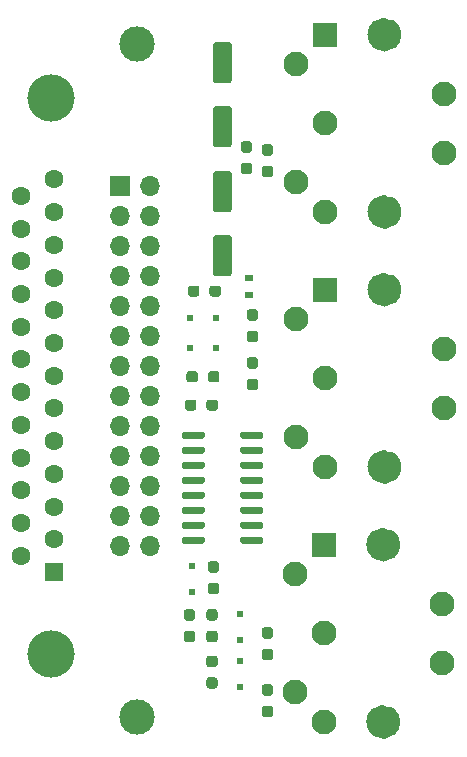
<source format=gbr>
%TF.GenerationSoftware,KiCad,Pcbnew,(5.1.10-1-10_14)*%
%TF.CreationDate,2021-11-16T12:10:24+01:00*%
%TF.ProjectId,Atari Export,41746172-6920-4457-9870-6f72742e6b69,rev?*%
%TF.SameCoordinates,Original*%
%TF.FileFunction,Soldermask,Top*%
%TF.FilePolarity,Negative*%
%FSLAX46Y46*%
G04 Gerber Fmt 4.6, Leading zero omitted, Abs format (unit mm)*
G04 Created by KiCad (PCBNEW (5.1.10-1-10_14)) date 2021-11-16 12:10:24*
%MOMM*%
%LPD*%
G01*
G04 APERTURE LIST*
%ADD10C,1.449000*%
%ADD11C,3.000000*%
%ADD12C,4.000000*%
%ADD13C,1.600000*%
%ADD14R,1.600000X1.600000*%
%ADD15O,1.700000X1.700000*%
%ADD16R,1.700000X1.700000*%
%ADD17C,2.390000*%
%ADD18C,2.100000*%
%ADD19R,2.100000X2.100000*%
%ADD20R,0.700000X0.600000*%
%ADD21R,0.500000X0.500000*%
G04 APERTURE END LIST*
D10*
%TO.C,J3*%
X125692500Y-84340000D02*
G75*
G03*
X125692500Y-84340000I-724500J0D01*
G01*
X125692500Y-69330000D02*
G75*
G03*
X125692500Y-69330000I-724500J0D01*
G01*
%TO.C,J2*%
X125692500Y-62750000D02*
G75*
G03*
X125692500Y-62750000I-724500J0D01*
G01*
X125692500Y-47740000D02*
G75*
G03*
X125692500Y-47740000I-724500J0D01*
G01*
%TO.C,J4*%
X125592000Y-105930000D02*
G75*
G03*
X125592000Y-105930000I-724500J0D01*
G01*
X125592000Y-90920000D02*
G75*
G03*
X125592000Y-90920000I-724500J0D01*
G01*
%TD*%
D11*
%TO.C,REF\u002A\u002A*%
X104000000Y-105500000D03*
%TD*%
%TO.C,REF\u002A\u002A*%
X104000000Y-48500000D03*
%TD*%
%TO.C,C2*%
G36*
G01*
X110702000Y-53782000D02*
X111802000Y-53782000D01*
G75*
G02*
X112052000Y-54032000I0J-250000D01*
G01*
X112052000Y-57032000D01*
G75*
G02*
X111802000Y-57282000I-250000J0D01*
G01*
X110702000Y-57282000D01*
G75*
G02*
X110452000Y-57032000I0J250000D01*
G01*
X110452000Y-54032000D01*
G75*
G02*
X110702000Y-53782000I250000J0D01*
G01*
G37*
G36*
G01*
X110702000Y-48382000D02*
X111802000Y-48382000D01*
G75*
G02*
X112052000Y-48632000I0J-250000D01*
G01*
X112052000Y-51632000D01*
G75*
G02*
X111802000Y-51882000I-250000J0D01*
G01*
X110702000Y-51882000D01*
G75*
G02*
X110452000Y-51632000I0J250000D01*
G01*
X110452000Y-48632000D01*
G75*
G02*
X110702000Y-48382000I250000J0D01*
G01*
G37*
%TD*%
%TO.C,C1*%
G36*
G01*
X110702000Y-64704000D02*
X111802000Y-64704000D01*
G75*
G02*
X112052000Y-64954000I0J-250000D01*
G01*
X112052000Y-67954000D01*
G75*
G02*
X111802000Y-68204000I-250000J0D01*
G01*
X110702000Y-68204000D01*
G75*
G02*
X110452000Y-67954000I0J250000D01*
G01*
X110452000Y-64954000D01*
G75*
G02*
X110702000Y-64704000I250000J0D01*
G01*
G37*
G36*
G01*
X110702000Y-59304000D02*
X111802000Y-59304000D01*
G75*
G02*
X112052000Y-59554000I0J-250000D01*
G01*
X112052000Y-62554000D01*
G75*
G02*
X111802000Y-62804000I-250000J0D01*
G01*
X110702000Y-62804000D01*
G75*
G02*
X110452000Y-62554000I0J250000D01*
G01*
X110452000Y-59554000D01*
G75*
G02*
X110702000Y-59304000I250000J0D01*
G01*
G37*
%TD*%
D12*
%TO.C,J1*%
X96700000Y-100180000D03*
X96700000Y-53080000D03*
D13*
X94160000Y-61395000D03*
X94160000Y-64165000D03*
X94160000Y-66935000D03*
X94160000Y-69705000D03*
X94160000Y-72475000D03*
X94160000Y-75245000D03*
X94160000Y-78015000D03*
X94160000Y-80785000D03*
X94160000Y-83555000D03*
X94160000Y-86325000D03*
X94160000Y-89095000D03*
X94160000Y-91865000D03*
X97000000Y-60010000D03*
X97000000Y-62780000D03*
X97000000Y-65550000D03*
X97000000Y-68320000D03*
X97000000Y-71090000D03*
X97000000Y-73860000D03*
X97000000Y-76630000D03*
X97000000Y-79400000D03*
X97000000Y-82170000D03*
X97000000Y-84940000D03*
X97000000Y-87710000D03*
X97000000Y-90480000D03*
D14*
X97000000Y-93250000D03*
%TD*%
D15*
%TO.C,J5*%
X105105200Y-91033600D03*
X102565200Y-91033600D03*
X105105200Y-88493600D03*
X102565200Y-88493600D03*
X105105200Y-85953600D03*
X102565200Y-85953600D03*
X105105200Y-83413600D03*
X102565200Y-83413600D03*
X105105200Y-80873600D03*
X102565200Y-80873600D03*
X105105200Y-78333600D03*
X102565200Y-78333600D03*
X105105200Y-75793600D03*
X102565200Y-75793600D03*
X105105200Y-73253600D03*
X102565200Y-73253600D03*
X105105200Y-70713600D03*
X102565200Y-70713600D03*
X105105200Y-68173600D03*
X102565200Y-68173600D03*
X105105200Y-65633600D03*
X102565200Y-65633600D03*
X105105200Y-63093600D03*
X102565200Y-63093600D03*
X105105200Y-60553600D03*
D16*
X102565200Y-60553600D03*
%TD*%
%TO.C,R9*%
G36*
G01*
X110125500Y-102152000D02*
X110600500Y-102152000D01*
G75*
G02*
X110838000Y-102389500I0J-237500D01*
G01*
X110838000Y-102889500D01*
G75*
G02*
X110600500Y-103127000I-237500J0D01*
G01*
X110125500Y-103127000D01*
G75*
G02*
X109888000Y-102889500I0J237500D01*
G01*
X109888000Y-102389500D01*
G75*
G02*
X110125500Y-102152000I237500J0D01*
G01*
G37*
G36*
G01*
X110125500Y-100327000D02*
X110600500Y-100327000D01*
G75*
G02*
X110838000Y-100564500I0J-237500D01*
G01*
X110838000Y-101064500D01*
G75*
G02*
X110600500Y-101302000I-237500J0D01*
G01*
X110125500Y-101302000D01*
G75*
G02*
X109888000Y-101064500I0J237500D01*
G01*
X109888000Y-100564500D01*
G75*
G02*
X110125500Y-100327000I237500J0D01*
G01*
G37*
%TD*%
%TO.C,R5*%
G36*
G01*
X110600500Y-97365000D02*
X110125500Y-97365000D01*
G75*
G02*
X109888000Y-97127500I0J237500D01*
G01*
X109888000Y-96627500D01*
G75*
G02*
X110125500Y-96390000I237500J0D01*
G01*
X110600500Y-96390000D01*
G75*
G02*
X110838000Y-96627500I0J-237500D01*
G01*
X110838000Y-97127500D01*
G75*
G02*
X110600500Y-97365000I-237500J0D01*
G01*
G37*
G36*
G01*
X110600500Y-99190000D02*
X110125500Y-99190000D01*
G75*
G02*
X109888000Y-98952500I0J237500D01*
G01*
X109888000Y-98452500D01*
G75*
G02*
X110125500Y-98215000I237500J0D01*
G01*
X110600500Y-98215000D01*
G75*
G02*
X110838000Y-98452500I0J-237500D01*
G01*
X110838000Y-98952500D01*
G75*
G02*
X110600500Y-99190000I-237500J0D01*
G01*
G37*
%TD*%
%TO.C,R4*%
G36*
G01*
X110252500Y-94151000D02*
X110727500Y-94151000D01*
G75*
G02*
X110965000Y-94388500I0J-237500D01*
G01*
X110965000Y-94888500D01*
G75*
G02*
X110727500Y-95126000I-237500J0D01*
G01*
X110252500Y-95126000D01*
G75*
G02*
X110015000Y-94888500I0J237500D01*
G01*
X110015000Y-94388500D01*
G75*
G02*
X110252500Y-94151000I237500J0D01*
G01*
G37*
G36*
G01*
X110252500Y-92326000D02*
X110727500Y-92326000D01*
G75*
G02*
X110965000Y-92563500I0J-237500D01*
G01*
X110965000Y-93063500D01*
G75*
G02*
X110727500Y-93301000I-237500J0D01*
G01*
X110252500Y-93301000D01*
G75*
G02*
X110015000Y-93063500I0J237500D01*
G01*
X110015000Y-92563500D01*
G75*
G02*
X110252500Y-92326000I237500J0D01*
G01*
G37*
%TD*%
%TO.C,R6*%
G36*
G01*
X109176000Y-76470500D02*
X109176000Y-76945500D01*
G75*
G02*
X108938500Y-77183000I-237500J0D01*
G01*
X108438500Y-77183000D01*
G75*
G02*
X108201000Y-76945500I0J237500D01*
G01*
X108201000Y-76470500D01*
G75*
G02*
X108438500Y-76233000I237500J0D01*
G01*
X108938500Y-76233000D01*
G75*
G02*
X109176000Y-76470500I0J-237500D01*
G01*
G37*
G36*
G01*
X111001000Y-76470500D02*
X111001000Y-76945500D01*
G75*
G02*
X110763500Y-77183000I-237500J0D01*
G01*
X110263500Y-77183000D01*
G75*
G02*
X110026000Y-76945500I0J237500D01*
G01*
X110026000Y-76470500D01*
G75*
G02*
X110263500Y-76233000I237500J0D01*
G01*
X110763500Y-76233000D01*
G75*
G02*
X111001000Y-76470500I0J-237500D01*
G01*
G37*
%TD*%
D17*
%TO.C,J3*%
X124968000Y-84340000D03*
X124968000Y-69330000D03*
D18*
X129968000Y-79335000D03*
X129968000Y-74335000D03*
X119958000Y-76835000D03*
X119958000Y-84340000D03*
D19*
X119958000Y-69330000D03*
D18*
X117468000Y-81840000D03*
X117468000Y-71830000D03*
%TD*%
D17*
%TO.C,J2*%
X124968000Y-62750000D03*
X124968000Y-47740000D03*
D18*
X129968000Y-57745000D03*
X129968000Y-52745000D03*
X119958000Y-55245000D03*
X119958000Y-62750000D03*
D19*
X119958000Y-47740000D03*
D18*
X117468000Y-60250000D03*
X117468000Y-50240000D03*
%TD*%
D17*
%TO.C,J4*%
X124867500Y-105930000D03*
X124867500Y-90920000D03*
D18*
X129867500Y-100925000D03*
X129867500Y-95925000D03*
X119857500Y-98425000D03*
X119857500Y-105930000D03*
D19*
X119857500Y-90920000D03*
D18*
X117367500Y-103430000D03*
X117367500Y-93420000D03*
%TD*%
%TO.C,U1*%
G36*
G01*
X112752000Y-81811000D02*
X112752000Y-81511000D01*
G75*
G02*
X112902000Y-81361000I150000J0D01*
G01*
X114552000Y-81361000D01*
G75*
G02*
X114702000Y-81511000I0J-150000D01*
G01*
X114702000Y-81811000D01*
G75*
G02*
X114552000Y-81961000I-150000J0D01*
G01*
X112902000Y-81961000D01*
G75*
G02*
X112752000Y-81811000I0J150000D01*
G01*
G37*
G36*
G01*
X112752000Y-83081000D02*
X112752000Y-82781000D01*
G75*
G02*
X112902000Y-82631000I150000J0D01*
G01*
X114552000Y-82631000D01*
G75*
G02*
X114702000Y-82781000I0J-150000D01*
G01*
X114702000Y-83081000D01*
G75*
G02*
X114552000Y-83231000I-150000J0D01*
G01*
X112902000Y-83231000D01*
G75*
G02*
X112752000Y-83081000I0J150000D01*
G01*
G37*
G36*
G01*
X112752000Y-84351000D02*
X112752000Y-84051000D01*
G75*
G02*
X112902000Y-83901000I150000J0D01*
G01*
X114552000Y-83901000D01*
G75*
G02*
X114702000Y-84051000I0J-150000D01*
G01*
X114702000Y-84351000D01*
G75*
G02*
X114552000Y-84501000I-150000J0D01*
G01*
X112902000Y-84501000D01*
G75*
G02*
X112752000Y-84351000I0J150000D01*
G01*
G37*
G36*
G01*
X112752000Y-85621000D02*
X112752000Y-85321000D01*
G75*
G02*
X112902000Y-85171000I150000J0D01*
G01*
X114552000Y-85171000D01*
G75*
G02*
X114702000Y-85321000I0J-150000D01*
G01*
X114702000Y-85621000D01*
G75*
G02*
X114552000Y-85771000I-150000J0D01*
G01*
X112902000Y-85771000D01*
G75*
G02*
X112752000Y-85621000I0J150000D01*
G01*
G37*
G36*
G01*
X112752000Y-86891000D02*
X112752000Y-86591000D01*
G75*
G02*
X112902000Y-86441000I150000J0D01*
G01*
X114552000Y-86441000D01*
G75*
G02*
X114702000Y-86591000I0J-150000D01*
G01*
X114702000Y-86891000D01*
G75*
G02*
X114552000Y-87041000I-150000J0D01*
G01*
X112902000Y-87041000D01*
G75*
G02*
X112752000Y-86891000I0J150000D01*
G01*
G37*
G36*
G01*
X112752000Y-88161000D02*
X112752000Y-87861000D01*
G75*
G02*
X112902000Y-87711000I150000J0D01*
G01*
X114552000Y-87711000D01*
G75*
G02*
X114702000Y-87861000I0J-150000D01*
G01*
X114702000Y-88161000D01*
G75*
G02*
X114552000Y-88311000I-150000J0D01*
G01*
X112902000Y-88311000D01*
G75*
G02*
X112752000Y-88161000I0J150000D01*
G01*
G37*
G36*
G01*
X112752000Y-89431000D02*
X112752000Y-89131000D01*
G75*
G02*
X112902000Y-88981000I150000J0D01*
G01*
X114552000Y-88981000D01*
G75*
G02*
X114702000Y-89131000I0J-150000D01*
G01*
X114702000Y-89431000D01*
G75*
G02*
X114552000Y-89581000I-150000J0D01*
G01*
X112902000Y-89581000D01*
G75*
G02*
X112752000Y-89431000I0J150000D01*
G01*
G37*
G36*
G01*
X112752000Y-90701000D02*
X112752000Y-90401000D01*
G75*
G02*
X112902000Y-90251000I150000J0D01*
G01*
X114552000Y-90251000D01*
G75*
G02*
X114702000Y-90401000I0J-150000D01*
G01*
X114702000Y-90701000D01*
G75*
G02*
X114552000Y-90851000I-150000J0D01*
G01*
X112902000Y-90851000D01*
G75*
G02*
X112752000Y-90701000I0J150000D01*
G01*
G37*
G36*
G01*
X107802000Y-90701000D02*
X107802000Y-90401000D01*
G75*
G02*
X107952000Y-90251000I150000J0D01*
G01*
X109602000Y-90251000D01*
G75*
G02*
X109752000Y-90401000I0J-150000D01*
G01*
X109752000Y-90701000D01*
G75*
G02*
X109602000Y-90851000I-150000J0D01*
G01*
X107952000Y-90851000D01*
G75*
G02*
X107802000Y-90701000I0J150000D01*
G01*
G37*
G36*
G01*
X107802000Y-89431000D02*
X107802000Y-89131000D01*
G75*
G02*
X107952000Y-88981000I150000J0D01*
G01*
X109602000Y-88981000D01*
G75*
G02*
X109752000Y-89131000I0J-150000D01*
G01*
X109752000Y-89431000D01*
G75*
G02*
X109602000Y-89581000I-150000J0D01*
G01*
X107952000Y-89581000D01*
G75*
G02*
X107802000Y-89431000I0J150000D01*
G01*
G37*
G36*
G01*
X107802000Y-88161000D02*
X107802000Y-87861000D01*
G75*
G02*
X107952000Y-87711000I150000J0D01*
G01*
X109602000Y-87711000D01*
G75*
G02*
X109752000Y-87861000I0J-150000D01*
G01*
X109752000Y-88161000D01*
G75*
G02*
X109602000Y-88311000I-150000J0D01*
G01*
X107952000Y-88311000D01*
G75*
G02*
X107802000Y-88161000I0J150000D01*
G01*
G37*
G36*
G01*
X107802000Y-86891000D02*
X107802000Y-86591000D01*
G75*
G02*
X107952000Y-86441000I150000J0D01*
G01*
X109602000Y-86441000D01*
G75*
G02*
X109752000Y-86591000I0J-150000D01*
G01*
X109752000Y-86891000D01*
G75*
G02*
X109602000Y-87041000I-150000J0D01*
G01*
X107952000Y-87041000D01*
G75*
G02*
X107802000Y-86891000I0J150000D01*
G01*
G37*
G36*
G01*
X107802000Y-85621000D02*
X107802000Y-85321000D01*
G75*
G02*
X107952000Y-85171000I150000J0D01*
G01*
X109602000Y-85171000D01*
G75*
G02*
X109752000Y-85321000I0J-150000D01*
G01*
X109752000Y-85621000D01*
G75*
G02*
X109602000Y-85771000I-150000J0D01*
G01*
X107952000Y-85771000D01*
G75*
G02*
X107802000Y-85621000I0J150000D01*
G01*
G37*
G36*
G01*
X107802000Y-84351000D02*
X107802000Y-84051000D01*
G75*
G02*
X107952000Y-83901000I150000J0D01*
G01*
X109602000Y-83901000D01*
G75*
G02*
X109752000Y-84051000I0J-150000D01*
G01*
X109752000Y-84351000D01*
G75*
G02*
X109602000Y-84501000I-150000J0D01*
G01*
X107952000Y-84501000D01*
G75*
G02*
X107802000Y-84351000I0J150000D01*
G01*
G37*
G36*
G01*
X107802000Y-83081000D02*
X107802000Y-82781000D01*
G75*
G02*
X107952000Y-82631000I150000J0D01*
G01*
X109602000Y-82631000D01*
G75*
G02*
X109752000Y-82781000I0J-150000D01*
G01*
X109752000Y-83081000D01*
G75*
G02*
X109602000Y-83231000I-150000J0D01*
G01*
X107952000Y-83231000D01*
G75*
G02*
X107802000Y-83081000I0J150000D01*
G01*
G37*
G36*
G01*
X107802000Y-81811000D02*
X107802000Y-81511000D01*
G75*
G02*
X107952000Y-81361000I150000J0D01*
G01*
X109602000Y-81361000D01*
G75*
G02*
X109752000Y-81511000I0J-150000D01*
G01*
X109752000Y-81811000D01*
G75*
G02*
X109602000Y-81961000I-150000J0D01*
G01*
X107952000Y-81961000D01*
G75*
G02*
X107802000Y-81811000I0J150000D01*
G01*
G37*
%TD*%
%TO.C,R13*%
G36*
G01*
X115299500Y-98889000D02*
X114824500Y-98889000D01*
G75*
G02*
X114587000Y-98651500I0J237500D01*
G01*
X114587000Y-98151500D01*
G75*
G02*
X114824500Y-97914000I237500J0D01*
G01*
X115299500Y-97914000D01*
G75*
G02*
X115537000Y-98151500I0J-237500D01*
G01*
X115537000Y-98651500D01*
G75*
G02*
X115299500Y-98889000I-237500J0D01*
G01*
G37*
G36*
G01*
X115299500Y-100714000D02*
X114824500Y-100714000D01*
G75*
G02*
X114587000Y-100476500I0J237500D01*
G01*
X114587000Y-99976500D01*
G75*
G02*
X114824500Y-99739000I237500J0D01*
G01*
X115299500Y-99739000D01*
G75*
G02*
X115537000Y-99976500I0J-237500D01*
G01*
X115537000Y-100476500D01*
G75*
G02*
X115299500Y-100714000I-237500J0D01*
G01*
G37*
%TD*%
%TO.C,R12*%
G36*
G01*
X114029500Y-71965000D02*
X113554500Y-71965000D01*
G75*
G02*
X113317000Y-71727500I0J237500D01*
G01*
X113317000Y-71227500D01*
G75*
G02*
X113554500Y-70990000I237500J0D01*
G01*
X114029500Y-70990000D01*
G75*
G02*
X114267000Y-71227500I0J-237500D01*
G01*
X114267000Y-71727500D01*
G75*
G02*
X114029500Y-71965000I-237500J0D01*
G01*
G37*
G36*
G01*
X114029500Y-73790000D02*
X113554500Y-73790000D01*
G75*
G02*
X113317000Y-73552500I0J237500D01*
G01*
X113317000Y-73052500D01*
G75*
G02*
X113554500Y-72815000I237500J0D01*
G01*
X114029500Y-72815000D01*
G75*
G02*
X114267000Y-73052500I0J-237500D01*
G01*
X114267000Y-73552500D01*
G75*
G02*
X114029500Y-73790000I-237500J0D01*
G01*
G37*
%TD*%
%TO.C,R11*%
G36*
G01*
X115299500Y-57995000D02*
X114824500Y-57995000D01*
G75*
G02*
X114587000Y-57757500I0J237500D01*
G01*
X114587000Y-57257500D01*
G75*
G02*
X114824500Y-57020000I237500J0D01*
G01*
X115299500Y-57020000D01*
G75*
G02*
X115537000Y-57257500I0J-237500D01*
G01*
X115537000Y-57757500D01*
G75*
G02*
X115299500Y-57995000I-237500J0D01*
G01*
G37*
G36*
G01*
X115299500Y-59820000D02*
X114824500Y-59820000D01*
G75*
G02*
X114587000Y-59582500I0J237500D01*
G01*
X114587000Y-59082500D01*
G75*
G02*
X114824500Y-58845000I237500J0D01*
G01*
X115299500Y-58845000D01*
G75*
G02*
X115537000Y-59082500I0J-237500D01*
G01*
X115537000Y-59582500D01*
G75*
G02*
X115299500Y-59820000I-237500J0D01*
G01*
G37*
%TD*%
%TO.C,R10*%
G36*
G01*
X109303000Y-69231500D02*
X109303000Y-69706500D01*
G75*
G02*
X109065500Y-69944000I-237500J0D01*
G01*
X108565500Y-69944000D01*
G75*
G02*
X108328000Y-69706500I0J237500D01*
G01*
X108328000Y-69231500D01*
G75*
G02*
X108565500Y-68994000I237500J0D01*
G01*
X109065500Y-68994000D01*
G75*
G02*
X109303000Y-69231500I0J-237500D01*
G01*
G37*
G36*
G01*
X111128000Y-69231500D02*
X111128000Y-69706500D01*
G75*
G02*
X110890500Y-69944000I-237500J0D01*
G01*
X110390500Y-69944000D01*
G75*
G02*
X110153000Y-69706500I0J237500D01*
G01*
X110153000Y-69231500D01*
G75*
G02*
X110390500Y-68994000I237500J0D01*
G01*
X110890500Y-68994000D01*
G75*
G02*
X111128000Y-69231500I0J-237500D01*
G01*
G37*
%TD*%
%TO.C,R8*%
G36*
G01*
X108220500Y-98215000D02*
X108695500Y-98215000D01*
G75*
G02*
X108933000Y-98452500I0J-237500D01*
G01*
X108933000Y-98952500D01*
G75*
G02*
X108695500Y-99190000I-237500J0D01*
G01*
X108220500Y-99190000D01*
G75*
G02*
X107983000Y-98952500I0J237500D01*
G01*
X107983000Y-98452500D01*
G75*
G02*
X108220500Y-98215000I237500J0D01*
G01*
G37*
G36*
G01*
X108220500Y-96390000D02*
X108695500Y-96390000D01*
G75*
G02*
X108933000Y-96627500I0J-237500D01*
G01*
X108933000Y-97127500D01*
G75*
G02*
X108695500Y-97365000I-237500J0D01*
G01*
X108220500Y-97365000D01*
G75*
G02*
X107983000Y-97127500I0J237500D01*
G01*
X107983000Y-96627500D01*
G75*
G02*
X108220500Y-96390000I237500J0D01*
G01*
G37*
%TD*%
%TO.C,R7*%
G36*
G01*
X109049000Y-78883500D02*
X109049000Y-79358500D01*
G75*
G02*
X108811500Y-79596000I-237500J0D01*
G01*
X108311500Y-79596000D01*
G75*
G02*
X108074000Y-79358500I0J237500D01*
G01*
X108074000Y-78883500D01*
G75*
G02*
X108311500Y-78646000I237500J0D01*
G01*
X108811500Y-78646000D01*
G75*
G02*
X109049000Y-78883500I0J-237500D01*
G01*
G37*
G36*
G01*
X110874000Y-78883500D02*
X110874000Y-79358500D01*
G75*
G02*
X110636500Y-79596000I-237500J0D01*
G01*
X110136500Y-79596000D01*
G75*
G02*
X109899000Y-79358500I0J237500D01*
G01*
X109899000Y-78883500D01*
G75*
G02*
X110136500Y-78646000I237500J0D01*
G01*
X110636500Y-78646000D01*
G75*
G02*
X110874000Y-78883500I0J-237500D01*
G01*
G37*
%TD*%
%TO.C,R3*%
G36*
G01*
X113046500Y-58591000D02*
X113521500Y-58591000D01*
G75*
G02*
X113759000Y-58828500I0J-237500D01*
G01*
X113759000Y-59328500D01*
G75*
G02*
X113521500Y-59566000I-237500J0D01*
G01*
X113046500Y-59566000D01*
G75*
G02*
X112809000Y-59328500I0J237500D01*
G01*
X112809000Y-58828500D01*
G75*
G02*
X113046500Y-58591000I237500J0D01*
G01*
G37*
G36*
G01*
X113046500Y-56766000D02*
X113521500Y-56766000D01*
G75*
G02*
X113759000Y-57003500I0J-237500D01*
G01*
X113759000Y-57503500D01*
G75*
G02*
X113521500Y-57741000I-237500J0D01*
G01*
X113046500Y-57741000D01*
G75*
G02*
X112809000Y-57503500I0J237500D01*
G01*
X112809000Y-57003500D01*
G75*
G02*
X113046500Y-56766000I237500J0D01*
G01*
G37*
%TD*%
%TO.C,R2*%
G36*
G01*
X114029500Y-76029000D02*
X113554500Y-76029000D01*
G75*
G02*
X113317000Y-75791500I0J237500D01*
G01*
X113317000Y-75291500D01*
G75*
G02*
X113554500Y-75054000I237500J0D01*
G01*
X114029500Y-75054000D01*
G75*
G02*
X114267000Y-75291500I0J-237500D01*
G01*
X114267000Y-75791500D01*
G75*
G02*
X114029500Y-76029000I-237500J0D01*
G01*
G37*
G36*
G01*
X114029500Y-77854000D02*
X113554500Y-77854000D01*
G75*
G02*
X113317000Y-77616500I0J237500D01*
G01*
X113317000Y-77116500D01*
G75*
G02*
X113554500Y-76879000I237500J0D01*
G01*
X114029500Y-76879000D01*
G75*
G02*
X114267000Y-77116500I0J-237500D01*
G01*
X114267000Y-77616500D01*
G75*
G02*
X114029500Y-77854000I-237500J0D01*
G01*
G37*
%TD*%
%TO.C,R1*%
G36*
G01*
X115299500Y-103715000D02*
X114824500Y-103715000D01*
G75*
G02*
X114587000Y-103477500I0J237500D01*
G01*
X114587000Y-102977500D01*
G75*
G02*
X114824500Y-102740000I237500J0D01*
G01*
X115299500Y-102740000D01*
G75*
G02*
X115537000Y-102977500I0J-237500D01*
G01*
X115537000Y-103477500D01*
G75*
G02*
X115299500Y-103715000I-237500J0D01*
G01*
G37*
G36*
G01*
X115299500Y-105540000D02*
X114824500Y-105540000D01*
G75*
G02*
X114587000Y-105302500I0J237500D01*
G01*
X114587000Y-104802500D01*
G75*
G02*
X114824500Y-104565000I237500J0D01*
G01*
X115299500Y-104565000D01*
G75*
G02*
X115537000Y-104802500I0J-237500D01*
G01*
X115537000Y-105302500D01*
G75*
G02*
X115299500Y-105540000I-237500J0D01*
G01*
G37*
%TD*%
D20*
%TO.C,D6*%
X113538000Y-69788000D03*
X113538000Y-68388000D03*
%TD*%
D21*
%TO.C,D5*%
X112776000Y-99017000D03*
X112776000Y-96817000D03*
%TD*%
%TO.C,D4*%
X108712000Y-92753000D03*
X108712000Y-94953000D03*
%TD*%
%TO.C,D3*%
X108501000Y-74295000D03*
X110701000Y-74295000D03*
%TD*%
%TO.C,D2*%
X108501000Y-71755000D03*
X110701000Y-71755000D03*
%TD*%
%TO.C,D1*%
X112776000Y-102954000D03*
X112776000Y-100754000D03*
%TD*%
M02*

</source>
